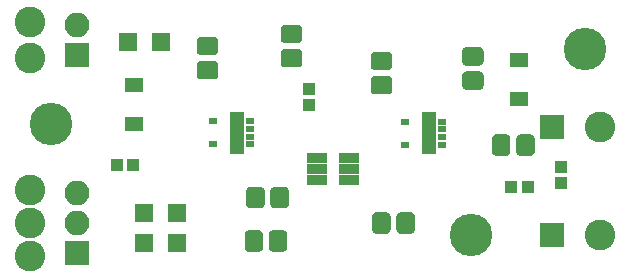
<source format=gts>
G04 #@! TF.GenerationSoftware,KiCad,Pcbnew,(6.0.0-rc1-dev-313-g8db361882)*
G04 #@! TF.CreationDate,2018-08-23T14:32:26-04:00*
G04 #@! TF.ProjectId,SingleShotICbased,53696E676C6553686F74494362617365,rev?*
G04 #@! TF.SameCoordinates,Original*
G04 #@! TF.FileFunction,Soldermask,Top*
G04 #@! TF.FilePolarity,Negative*
%FSLAX46Y46*%
G04 Gerber Fmt 4.6, Leading zero omitted, Abs format (unit mm)*
G04 Created by KiCad (PCBNEW (6.0.0-rc1-dev-313-g8db361882)) date 08/23/18 14:32:26*
%MOMM*%
%LPD*%
G01*
G04 APERTURE LIST*
%ADD10C,2.600000*%
%ADD11C,3.600000*%
%ADD12C,0.100000*%
%ADD13C,1.550000*%
%ADD14R,1.600000X1.300000*%
%ADD15R,1.100000X1.000000*%
%ADD16R,1.500000X1.500000*%
%ADD17R,1.000000X1.100000*%
%ADD18R,2.100000X2.100000*%
%ADD19O,2.100000X2.100000*%
%ADD20R,0.680000X0.500000*%
%ADD21R,1.310000X3.600000*%
%ADD22R,1.760000X0.850000*%
G04 APERTURE END LIST*
D10*
G04 #@! TO.C,REF\002A\002A*
X116078000Y-81026000D03*
G04 #@! TD*
G04 #@! TO.C,REF\002A\002A*
X116078000Y-84074000D03*
G04 #@! TD*
G04 #@! TO.C,REF\002A\002A*
X116078000Y-95250000D03*
G04 #@! TD*
G04 #@! TO.C,REF\002A\002A*
X116078000Y-98044000D03*
G04 #@! TD*
G04 #@! TO.C,REF\002A\002A*
X116078000Y-100838000D03*
G04 #@! TD*
G04 #@! TO.C,REF\002A\002A*
X164338000Y-99060000D03*
G04 #@! TD*
D11*
G04 #@! TO.C,REF\002A\002A*
X153416000Y-99060000D03*
G04 #@! TD*
G04 #@! TO.C,REF\002A\002A*
X163068000Y-83312000D03*
G04 #@! TD*
D12*
G04 #@! TO.C,C1*
G36*
X131660071Y-82275623D02*
X131692781Y-82280475D01*
X131724857Y-82288509D01*
X131755991Y-82299649D01*
X131785884Y-82313787D01*
X131814247Y-82330787D01*
X131840807Y-82350485D01*
X131865308Y-82372692D01*
X131887515Y-82397193D01*
X131907213Y-82423753D01*
X131924213Y-82452116D01*
X131938351Y-82482009D01*
X131949491Y-82513143D01*
X131957525Y-82545219D01*
X131962377Y-82577929D01*
X131964000Y-82610956D01*
X131964000Y-83487044D01*
X131962377Y-83520071D01*
X131957525Y-83552781D01*
X131949491Y-83584857D01*
X131938351Y-83615991D01*
X131924213Y-83645884D01*
X131907213Y-83674247D01*
X131887515Y-83700807D01*
X131865308Y-83725308D01*
X131840807Y-83747515D01*
X131814247Y-83767213D01*
X131785884Y-83784213D01*
X131755991Y-83798351D01*
X131724857Y-83809491D01*
X131692781Y-83817525D01*
X131660071Y-83822377D01*
X131627044Y-83824000D01*
X130500956Y-83824000D01*
X130467929Y-83822377D01*
X130435219Y-83817525D01*
X130403143Y-83809491D01*
X130372009Y-83798351D01*
X130342116Y-83784213D01*
X130313753Y-83767213D01*
X130287193Y-83747515D01*
X130262692Y-83725308D01*
X130240485Y-83700807D01*
X130220787Y-83674247D01*
X130203787Y-83645884D01*
X130189649Y-83615991D01*
X130178509Y-83584857D01*
X130170475Y-83552781D01*
X130165623Y-83520071D01*
X130164000Y-83487044D01*
X130164000Y-82610956D01*
X130165623Y-82577929D01*
X130170475Y-82545219D01*
X130178509Y-82513143D01*
X130189649Y-82482009D01*
X130203787Y-82452116D01*
X130220787Y-82423753D01*
X130240485Y-82397193D01*
X130262692Y-82372692D01*
X130287193Y-82350485D01*
X130313753Y-82330787D01*
X130342116Y-82313787D01*
X130372009Y-82299649D01*
X130403143Y-82288509D01*
X130435219Y-82280475D01*
X130467929Y-82275623D01*
X130500956Y-82274000D01*
X131627044Y-82274000D01*
X131660071Y-82275623D01*
X131660071Y-82275623D01*
G37*
D13*
X131064000Y-83049000D03*
D12*
G36*
X131660071Y-84325623D02*
X131692781Y-84330475D01*
X131724857Y-84338509D01*
X131755991Y-84349649D01*
X131785884Y-84363787D01*
X131814247Y-84380787D01*
X131840807Y-84400485D01*
X131865308Y-84422692D01*
X131887515Y-84447193D01*
X131907213Y-84473753D01*
X131924213Y-84502116D01*
X131938351Y-84532009D01*
X131949491Y-84563143D01*
X131957525Y-84595219D01*
X131962377Y-84627929D01*
X131964000Y-84660956D01*
X131964000Y-85537044D01*
X131962377Y-85570071D01*
X131957525Y-85602781D01*
X131949491Y-85634857D01*
X131938351Y-85665991D01*
X131924213Y-85695884D01*
X131907213Y-85724247D01*
X131887515Y-85750807D01*
X131865308Y-85775308D01*
X131840807Y-85797515D01*
X131814247Y-85817213D01*
X131785884Y-85834213D01*
X131755991Y-85848351D01*
X131724857Y-85859491D01*
X131692781Y-85867525D01*
X131660071Y-85872377D01*
X131627044Y-85874000D01*
X130500956Y-85874000D01*
X130467929Y-85872377D01*
X130435219Y-85867525D01*
X130403143Y-85859491D01*
X130372009Y-85848351D01*
X130342116Y-85834213D01*
X130313753Y-85817213D01*
X130287193Y-85797515D01*
X130262692Y-85775308D01*
X130240485Y-85750807D01*
X130220787Y-85724247D01*
X130203787Y-85695884D01*
X130189649Y-85665991D01*
X130178509Y-85634857D01*
X130170475Y-85602781D01*
X130165623Y-85570071D01*
X130164000Y-85537044D01*
X130164000Y-84660956D01*
X130165623Y-84627929D01*
X130170475Y-84595219D01*
X130178509Y-84563143D01*
X130189649Y-84532009D01*
X130203787Y-84502116D01*
X130220787Y-84473753D01*
X130240485Y-84447193D01*
X130262692Y-84422692D01*
X130287193Y-84400485D01*
X130313753Y-84380787D01*
X130342116Y-84363787D01*
X130372009Y-84349649D01*
X130403143Y-84338509D01*
X130435219Y-84330475D01*
X130467929Y-84325623D01*
X130500956Y-84324000D01*
X131627044Y-84324000D01*
X131660071Y-84325623D01*
X131660071Y-84325623D01*
G37*
D13*
X131064000Y-85099000D03*
G04 #@! TD*
D12*
G04 #@! TO.C,C2*
G36*
X154139071Y-85214623D02*
X154171781Y-85219475D01*
X154203857Y-85227509D01*
X154234991Y-85238649D01*
X154264884Y-85252787D01*
X154293247Y-85269787D01*
X154319807Y-85289485D01*
X154344308Y-85311692D01*
X154366515Y-85336193D01*
X154386213Y-85362753D01*
X154403213Y-85391116D01*
X154417351Y-85421009D01*
X154428491Y-85452143D01*
X154436525Y-85484219D01*
X154441377Y-85516929D01*
X154443000Y-85549956D01*
X154443000Y-86426044D01*
X154441377Y-86459071D01*
X154436525Y-86491781D01*
X154428491Y-86523857D01*
X154417351Y-86554991D01*
X154403213Y-86584884D01*
X154386213Y-86613247D01*
X154366515Y-86639807D01*
X154344308Y-86664308D01*
X154319807Y-86686515D01*
X154293247Y-86706213D01*
X154264884Y-86723213D01*
X154234991Y-86737351D01*
X154203857Y-86748491D01*
X154171781Y-86756525D01*
X154139071Y-86761377D01*
X154106044Y-86763000D01*
X152979956Y-86763000D01*
X152946929Y-86761377D01*
X152914219Y-86756525D01*
X152882143Y-86748491D01*
X152851009Y-86737351D01*
X152821116Y-86723213D01*
X152792753Y-86706213D01*
X152766193Y-86686515D01*
X152741692Y-86664308D01*
X152719485Y-86639807D01*
X152699787Y-86613247D01*
X152682787Y-86584884D01*
X152668649Y-86554991D01*
X152657509Y-86523857D01*
X152649475Y-86491781D01*
X152644623Y-86459071D01*
X152643000Y-86426044D01*
X152643000Y-85549956D01*
X152644623Y-85516929D01*
X152649475Y-85484219D01*
X152657509Y-85452143D01*
X152668649Y-85421009D01*
X152682787Y-85391116D01*
X152699787Y-85362753D01*
X152719485Y-85336193D01*
X152741692Y-85311692D01*
X152766193Y-85289485D01*
X152792753Y-85269787D01*
X152821116Y-85252787D01*
X152851009Y-85238649D01*
X152882143Y-85227509D01*
X152914219Y-85219475D01*
X152946929Y-85214623D01*
X152979956Y-85213000D01*
X154106044Y-85213000D01*
X154139071Y-85214623D01*
X154139071Y-85214623D01*
G37*
D13*
X153543000Y-85988000D03*
D12*
G36*
X154139071Y-83164623D02*
X154171781Y-83169475D01*
X154203857Y-83177509D01*
X154234991Y-83188649D01*
X154264884Y-83202787D01*
X154293247Y-83219787D01*
X154319807Y-83239485D01*
X154344308Y-83261692D01*
X154366515Y-83286193D01*
X154386213Y-83312753D01*
X154403213Y-83341116D01*
X154417351Y-83371009D01*
X154428491Y-83402143D01*
X154436525Y-83434219D01*
X154441377Y-83466929D01*
X154443000Y-83499956D01*
X154443000Y-84376044D01*
X154441377Y-84409071D01*
X154436525Y-84441781D01*
X154428491Y-84473857D01*
X154417351Y-84504991D01*
X154403213Y-84534884D01*
X154386213Y-84563247D01*
X154366515Y-84589807D01*
X154344308Y-84614308D01*
X154319807Y-84636515D01*
X154293247Y-84656213D01*
X154264884Y-84673213D01*
X154234991Y-84687351D01*
X154203857Y-84698491D01*
X154171781Y-84706525D01*
X154139071Y-84711377D01*
X154106044Y-84713000D01*
X152979956Y-84713000D01*
X152946929Y-84711377D01*
X152914219Y-84706525D01*
X152882143Y-84698491D01*
X152851009Y-84687351D01*
X152821116Y-84673213D01*
X152792753Y-84656213D01*
X152766193Y-84636515D01*
X152741692Y-84614308D01*
X152719485Y-84589807D01*
X152699787Y-84563247D01*
X152682787Y-84534884D01*
X152668649Y-84504991D01*
X152657509Y-84473857D01*
X152649475Y-84441781D01*
X152644623Y-84409071D01*
X152643000Y-84376044D01*
X152643000Y-83499956D01*
X152644623Y-83466929D01*
X152649475Y-83434219D01*
X152657509Y-83402143D01*
X152668649Y-83371009D01*
X152682787Y-83341116D01*
X152699787Y-83312753D01*
X152719485Y-83286193D01*
X152741692Y-83261692D01*
X152766193Y-83239485D01*
X152792753Y-83219787D01*
X152821116Y-83202787D01*
X152851009Y-83188649D01*
X152882143Y-83177509D01*
X152914219Y-83169475D01*
X152946929Y-83164623D01*
X152979956Y-83163000D01*
X154106044Y-83163000D01*
X154139071Y-83164623D01*
X154139071Y-83164623D01*
G37*
D13*
X153543000Y-83938000D03*
G04 #@! TD*
D12*
G04 #@! TO.C,C3*
G36*
X146392071Y-83545623D02*
X146424781Y-83550475D01*
X146456857Y-83558509D01*
X146487991Y-83569649D01*
X146517884Y-83583787D01*
X146546247Y-83600787D01*
X146572807Y-83620485D01*
X146597308Y-83642692D01*
X146619515Y-83667193D01*
X146639213Y-83693753D01*
X146656213Y-83722116D01*
X146670351Y-83752009D01*
X146681491Y-83783143D01*
X146689525Y-83815219D01*
X146694377Y-83847929D01*
X146696000Y-83880956D01*
X146696000Y-84757044D01*
X146694377Y-84790071D01*
X146689525Y-84822781D01*
X146681491Y-84854857D01*
X146670351Y-84885991D01*
X146656213Y-84915884D01*
X146639213Y-84944247D01*
X146619515Y-84970807D01*
X146597308Y-84995308D01*
X146572807Y-85017515D01*
X146546247Y-85037213D01*
X146517884Y-85054213D01*
X146487991Y-85068351D01*
X146456857Y-85079491D01*
X146424781Y-85087525D01*
X146392071Y-85092377D01*
X146359044Y-85094000D01*
X145232956Y-85094000D01*
X145199929Y-85092377D01*
X145167219Y-85087525D01*
X145135143Y-85079491D01*
X145104009Y-85068351D01*
X145074116Y-85054213D01*
X145045753Y-85037213D01*
X145019193Y-85017515D01*
X144994692Y-84995308D01*
X144972485Y-84970807D01*
X144952787Y-84944247D01*
X144935787Y-84915884D01*
X144921649Y-84885991D01*
X144910509Y-84854857D01*
X144902475Y-84822781D01*
X144897623Y-84790071D01*
X144896000Y-84757044D01*
X144896000Y-83880956D01*
X144897623Y-83847929D01*
X144902475Y-83815219D01*
X144910509Y-83783143D01*
X144921649Y-83752009D01*
X144935787Y-83722116D01*
X144952787Y-83693753D01*
X144972485Y-83667193D01*
X144994692Y-83642692D01*
X145019193Y-83620485D01*
X145045753Y-83600787D01*
X145074116Y-83583787D01*
X145104009Y-83569649D01*
X145135143Y-83558509D01*
X145167219Y-83550475D01*
X145199929Y-83545623D01*
X145232956Y-83544000D01*
X146359044Y-83544000D01*
X146392071Y-83545623D01*
X146392071Y-83545623D01*
G37*
D13*
X145796000Y-84319000D03*
D12*
G36*
X146392071Y-85595623D02*
X146424781Y-85600475D01*
X146456857Y-85608509D01*
X146487991Y-85619649D01*
X146517884Y-85633787D01*
X146546247Y-85650787D01*
X146572807Y-85670485D01*
X146597308Y-85692692D01*
X146619515Y-85717193D01*
X146639213Y-85743753D01*
X146656213Y-85772116D01*
X146670351Y-85802009D01*
X146681491Y-85833143D01*
X146689525Y-85865219D01*
X146694377Y-85897929D01*
X146696000Y-85930956D01*
X146696000Y-86807044D01*
X146694377Y-86840071D01*
X146689525Y-86872781D01*
X146681491Y-86904857D01*
X146670351Y-86935991D01*
X146656213Y-86965884D01*
X146639213Y-86994247D01*
X146619515Y-87020807D01*
X146597308Y-87045308D01*
X146572807Y-87067515D01*
X146546247Y-87087213D01*
X146517884Y-87104213D01*
X146487991Y-87118351D01*
X146456857Y-87129491D01*
X146424781Y-87137525D01*
X146392071Y-87142377D01*
X146359044Y-87144000D01*
X145232956Y-87144000D01*
X145199929Y-87142377D01*
X145167219Y-87137525D01*
X145135143Y-87129491D01*
X145104009Y-87118351D01*
X145074116Y-87104213D01*
X145045753Y-87087213D01*
X145019193Y-87067515D01*
X144994692Y-87045308D01*
X144972485Y-87020807D01*
X144952787Y-86994247D01*
X144935787Y-86965884D01*
X144921649Y-86935991D01*
X144910509Y-86904857D01*
X144902475Y-86872781D01*
X144897623Y-86840071D01*
X144896000Y-86807044D01*
X144896000Y-85930956D01*
X144897623Y-85897929D01*
X144902475Y-85865219D01*
X144910509Y-85833143D01*
X144921649Y-85802009D01*
X144935787Y-85772116D01*
X144952787Y-85743753D01*
X144972485Y-85717193D01*
X144994692Y-85692692D01*
X145019193Y-85670485D01*
X145045753Y-85650787D01*
X145074116Y-85633787D01*
X145104009Y-85619649D01*
X145135143Y-85608509D01*
X145167219Y-85600475D01*
X145199929Y-85595623D01*
X145232956Y-85594000D01*
X146359044Y-85594000D01*
X146392071Y-85595623D01*
X146392071Y-85595623D01*
G37*
D13*
X145796000Y-86369000D03*
G04 #@! TD*
D12*
G04 #@! TO.C,C4*
G36*
X138772071Y-83309623D02*
X138804781Y-83314475D01*
X138836857Y-83322509D01*
X138867991Y-83333649D01*
X138897884Y-83347787D01*
X138926247Y-83364787D01*
X138952807Y-83384485D01*
X138977308Y-83406692D01*
X138999515Y-83431193D01*
X139019213Y-83457753D01*
X139036213Y-83486116D01*
X139050351Y-83516009D01*
X139061491Y-83547143D01*
X139069525Y-83579219D01*
X139074377Y-83611929D01*
X139076000Y-83644956D01*
X139076000Y-84521044D01*
X139074377Y-84554071D01*
X139069525Y-84586781D01*
X139061491Y-84618857D01*
X139050351Y-84649991D01*
X139036213Y-84679884D01*
X139019213Y-84708247D01*
X138999515Y-84734807D01*
X138977308Y-84759308D01*
X138952807Y-84781515D01*
X138926247Y-84801213D01*
X138897884Y-84818213D01*
X138867991Y-84832351D01*
X138836857Y-84843491D01*
X138804781Y-84851525D01*
X138772071Y-84856377D01*
X138739044Y-84858000D01*
X137612956Y-84858000D01*
X137579929Y-84856377D01*
X137547219Y-84851525D01*
X137515143Y-84843491D01*
X137484009Y-84832351D01*
X137454116Y-84818213D01*
X137425753Y-84801213D01*
X137399193Y-84781515D01*
X137374692Y-84759308D01*
X137352485Y-84734807D01*
X137332787Y-84708247D01*
X137315787Y-84679884D01*
X137301649Y-84649991D01*
X137290509Y-84618857D01*
X137282475Y-84586781D01*
X137277623Y-84554071D01*
X137276000Y-84521044D01*
X137276000Y-83644956D01*
X137277623Y-83611929D01*
X137282475Y-83579219D01*
X137290509Y-83547143D01*
X137301649Y-83516009D01*
X137315787Y-83486116D01*
X137332787Y-83457753D01*
X137352485Y-83431193D01*
X137374692Y-83406692D01*
X137399193Y-83384485D01*
X137425753Y-83364787D01*
X137454116Y-83347787D01*
X137484009Y-83333649D01*
X137515143Y-83322509D01*
X137547219Y-83314475D01*
X137579929Y-83309623D01*
X137612956Y-83308000D01*
X138739044Y-83308000D01*
X138772071Y-83309623D01*
X138772071Y-83309623D01*
G37*
D13*
X138176000Y-84083000D03*
D12*
G36*
X138772071Y-81259623D02*
X138804781Y-81264475D01*
X138836857Y-81272509D01*
X138867991Y-81283649D01*
X138897884Y-81297787D01*
X138926247Y-81314787D01*
X138952807Y-81334485D01*
X138977308Y-81356692D01*
X138999515Y-81381193D01*
X139019213Y-81407753D01*
X139036213Y-81436116D01*
X139050351Y-81466009D01*
X139061491Y-81497143D01*
X139069525Y-81529219D01*
X139074377Y-81561929D01*
X139076000Y-81594956D01*
X139076000Y-82471044D01*
X139074377Y-82504071D01*
X139069525Y-82536781D01*
X139061491Y-82568857D01*
X139050351Y-82599991D01*
X139036213Y-82629884D01*
X139019213Y-82658247D01*
X138999515Y-82684807D01*
X138977308Y-82709308D01*
X138952807Y-82731515D01*
X138926247Y-82751213D01*
X138897884Y-82768213D01*
X138867991Y-82782351D01*
X138836857Y-82793491D01*
X138804781Y-82801525D01*
X138772071Y-82806377D01*
X138739044Y-82808000D01*
X137612956Y-82808000D01*
X137579929Y-82806377D01*
X137547219Y-82801525D01*
X137515143Y-82793491D01*
X137484009Y-82782351D01*
X137454116Y-82768213D01*
X137425753Y-82751213D01*
X137399193Y-82731515D01*
X137374692Y-82709308D01*
X137352485Y-82684807D01*
X137332787Y-82658247D01*
X137315787Y-82629884D01*
X137301649Y-82599991D01*
X137290509Y-82568857D01*
X137282475Y-82536781D01*
X137277623Y-82504071D01*
X137276000Y-82471044D01*
X137276000Y-81594956D01*
X137277623Y-81561929D01*
X137282475Y-81529219D01*
X137290509Y-81497143D01*
X137301649Y-81466009D01*
X137315787Y-81436116D01*
X137332787Y-81407753D01*
X137352485Y-81381193D01*
X137374692Y-81356692D01*
X137399193Y-81334485D01*
X137425753Y-81314787D01*
X137454116Y-81297787D01*
X137484009Y-81283649D01*
X137515143Y-81272509D01*
X137547219Y-81264475D01*
X137579929Y-81259623D01*
X137612956Y-81258000D01*
X138739044Y-81258000D01*
X138772071Y-81259623D01*
X138772071Y-81259623D01*
G37*
D13*
X138176000Y-82033000D03*
G04 #@! TD*
D14*
G04 #@! TO.C,D1*
X157480000Y-87502000D03*
X157480000Y-84202000D03*
G04 #@! TD*
D15*
G04 #@! TO.C,D2*
X161036000Y-93280000D03*
X161036000Y-94680000D03*
G04 #@! TD*
D16*
G04 #@! TO.C,D3*
X127130000Y-82677000D03*
X124330000Y-82677000D03*
G04 #@! TD*
D17*
G04 #@! TO.C,D4*
X156780000Y-94996000D03*
X158180000Y-94996000D03*
G04 #@! TD*
D15*
G04 #@! TO.C,D5*
X139700000Y-88076000D03*
X139700000Y-86676000D03*
G04 #@! TD*
D16*
G04 #@! TO.C,D6*
X128527000Y-99695000D03*
X125727000Y-99695000D03*
G04 #@! TD*
G04 #@! TO.C,D7*
X125727000Y-97155000D03*
X128527000Y-97155000D03*
G04 #@! TD*
D17*
G04 #@! TO.C,D8*
X124779000Y-93091000D03*
X123379000Y-93091000D03*
G04 #@! TD*
D14*
G04 #@! TO.C,D9*
X124841000Y-86361000D03*
X124841000Y-89661000D03*
G04 #@! TD*
D18*
G04 #@! TO.C,J1*
X160274000Y-89916000D03*
G04 #@! TD*
G04 #@! TO.C,J2*
X120015000Y-83820000D03*
D19*
X120015000Y-81280000D03*
G04 #@! TD*
D18*
G04 #@! TO.C,J3*
X160274000Y-99060000D03*
G04 #@! TD*
G04 #@! TO.C,J4*
X120015000Y-100584000D03*
D19*
X120015000Y-98044000D03*
X120015000Y-95504000D03*
G04 #@! TD*
D12*
G04 #@! TO.C,R1*
G36*
X156418071Y-90541623D02*
X156450781Y-90546475D01*
X156482857Y-90554509D01*
X156513991Y-90565649D01*
X156543884Y-90579787D01*
X156572247Y-90596787D01*
X156598807Y-90616485D01*
X156623308Y-90638692D01*
X156645515Y-90663193D01*
X156665213Y-90689753D01*
X156682213Y-90718116D01*
X156696351Y-90748009D01*
X156707491Y-90779143D01*
X156715525Y-90811219D01*
X156720377Y-90843929D01*
X156722000Y-90876956D01*
X156722000Y-92003044D01*
X156720377Y-92036071D01*
X156715525Y-92068781D01*
X156707491Y-92100857D01*
X156696351Y-92131991D01*
X156682213Y-92161884D01*
X156665213Y-92190247D01*
X156645515Y-92216807D01*
X156623308Y-92241308D01*
X156598807Y-92263515D01*
X156572247Y-92283213D01*
X156543884Y-92300213D01*
X156513991Y-92314351D01*
X156482857Y-92325491D01*
X156450781Y-92333525D01*
X156418071Y-92338377D01*
X156385044Y-92340000D01*
X155508956Y-92340000D01*
X155475929Y-92338377D01*
X155443219Y-92333525D01*
X155411143Y-92325491D01*
X155380009Y-92314351D01*
X155350116Y-92300213D01*
X155321753Y-92283213D01*
X155295193Y-92263515D01*
X155270692Y-92241308D01*
X155248485Y-92216807D01*
X155228787Y-92190247D01*
X155211787Y-92161884D01*
X155197649Y-92131991D01*
X155186509Y-92100857D01*
X155178475Y-92068781D01*
X155173623Y-92036071D01*
X155172000Y-92003044D01*
X155172000Y-90876956D01*
X155173623Y-90843929D01*
X155178475Y-90811219D01*
X155186509Y-90779143D01*
X155197649Y-90748009D01*
X155211787Y-90718116D01*
X155228787Y-90689753D01*
X155248485Y-90663193D01*
X155270692Y-90638692D01*
X155295193Y-90616485D01*
X155321753Y-90596787D01*
X155350116Y-90579787D01*
X155380009Y-90565649D01*
X155411143Y-90554509D01*
X155443219Y-90546475D01*
X155475929Y-90541623D01*
X155508956Y-90540000D01*
X156385044Y-90540000D01*
X156418071Y-90541623D01*
X156418071Y-90541623D01*
G37*
D13*
X155947000Y-91440000D03*
D12*
G36*
X158468071Y-90541623D02*
X158500781Y-90546475D01*
X158532857Y-90554509D01*
X158563991Y-90565649D01*
X158593884Y-90579787D01*
X158622247Y-90596787D01*
X158648807Y-90616485D01*
X158673308Y-90638692D01*
X158695515Y-90663193D01*
X158715213Y-90689753D01*
X158732213Y-90718116D01*
X158746351Y-90748009D01*
X158757491Y-90779143D01*
X158765525Y-90811219D01*
X158770377Y-90843929D01*
X158772000Y-90876956D01*
X158772000Y-92003044D01*
X158770377Y-92036071D01*
X158765525Y-92068781D01*
X158757491Y-92100857D01*
X158746351Y-92131991D01*
X158732213Y-92161884D01*
X158715213Y-92190247D01*
X158695515Y-92216807D01*
X158673308Y-92241308D01*
X158648807Y-92263515D01*
X158622247Y-92283213D01*
X158593884Y-92300213D01*
X158563991Y-92314351D01*
X158532857Y-92325491D01*
X158500781Y-92333525D01*
X158468071Y-92338377D01*
X158435044Y-92340000D01*
X157558956Y-92340000D01*
X157525929Y-92338377D01*
X157493219Y-92333525D01*
X157461143Y-92325491D01*
X157430009Y-92314351D01*
X157400116Y-92300213D01*
X157371753Y-92283213D01*
X157345193Y-92263515D01*
X157320692Y-92241308D01*
X157298485Y-92216807D01*
X157278787Y-92190247D01*
X157261787Y-92161884D01*
X157247649Y-92131991D01*
X157236509Y-92100857D01*
X157228475Y-92068781D01*
X157223623Y-92036071D01*
X157222000Y-92003044D01*
X157222000Y-90876956D01*
X157223623Y-90843929D01*
X157228475Y-90811219D01*
X157236509Y-90779143D01*
X157247649Y-90748009D01*
X157261787Y-90718116D01*
X157278787Y-90689753D01*
X157298485Y-90663193D01*
X157320692Y-90638692D01*
X157345193Y-90616485D01*
X157371753Y-90596787D01*
X157400116Y-90579787D01*
X157430009Y-90565649D01*
X157461143Y-90554509D01*
X157493219Y-90546475D01*
X157525929Y-90541623D01*
X157558956Y-90540000D01*
X158435044Y-90540000D01*
X158468071Y-90541623D01*
X158468071Y-90541623D01*
G37*
D13*
X157997000Y-91440000D03*
G04 #@! TD*
D12*
G04 #@! TO.C,R2*
G36*
X135463071Y-98669623D02*
X135495781Y-98674475D01*
X135527857Y-98682509D01*
X135558991Y-98693649D01*
X135588884Y-98707787D01*
X135617247Y-98724787D01*
X135643807Y-98744485D01*
X135668308Y-98766692D01*
X135690515Y-98791193D01*
X135710213Y-98817753D01*
X135727213Y-98846116D01*
X135741351Y-98876009D01*
X135752491Y-98907143D01*
X135760525Y-98939219D01*
X135765377Y-98971929D01*
X135767000Y-99004956D01*
X135767000Y-100131044D01*
X135765377Y-100164071D01*
X135760525Y-100196781D01*
X135752491Y-100228857D01*
X135741351Y-100259991D01*
X135727213Y-100289884D01*
X135710213Y-100318247D01*
X135690515Y-100344807D01*
X135668308Y-100369308D01*
X135643807Y-100391515D01*
X135617247Y-100411213D01*
X135588884Y-100428213D01*
X135558991Y-100442351D01*
X135527857Y-100453491D01*
X135495781Y-100461525D01*
X135463071Y-100466377D01*
X135430044Y-100468000D01*
X134553956Y-100468000D01*
X134520929Y-100466377D01*
X134488219Y-100461525D01*
X134456143Y-100453491D01*
X134425009Y-100442351D01*
X134395116Y-100428213D01*
X134366753Y-100411213D01*
X134340193Y-100391515D01*
X134315692Y-100369308D01*
X134293485Y-100344807D01*
X134273787Y-100318247D01*
X134256787Y-100289884D01*
X134242649Y-100259991D01*
X134231509Y-100228857D01*
X134223475Y-100196781D01*
X134218623Y-100164071D01*
X134217000Y-100131044D01*
X134217000Y-99004956D01*
X134218623Y-98971929D01*
X134223475Y-98939219D01*
X134231509Y-98907143D01*
X134242649Y-98876009D01*
X134256787Y-98846116D01*
X134273787Y-98817753D01*
X134293485Y-98791193D01*
X134315692Y-98766692D01*
X134340193Y-98744485D01*
X134366753Y-98724787D01*
X134395116Y-98707787D01*
X134425009Y-98693649D01*
X134456143Y-98682509D01*
X134488219Y-98674475D01*
X134520929Y-98669623D01*
X134553956Y-98668000D01*
X135430044Y-98668000D01*
X135463071Y-98669623D01*
X135463071Y-98669623D01*
G37*
D13*
X134992000Y-99568000D03*
D12*
G36*
X137513071Y-98669623D02*
X137545781Y-98674475D01*
X137577857Y-98682509D01*
X137608991Y-98693649D01*
X137638884Y-98707787D01*
X137667247Y-98724787D01*
X137693807Y-98744485D01*
X137718308Y-98766692D01*
X137740515Y-98791193D01*
X137760213Y-98817753D01*
X137777213Y-98846116D01*
X137791351Y-98876009D01*
X137802491Y-98907143D01*
X137810525Y-98939219D01*
X137815377Y-98971929D01*
X137817000Y-99004956D01*
X137817000Y-100131044D01*
X137815377Y-100164071D01*
X137810525Y-100196781D01*
X137802491Y-100228857D01*
X137791351Y-100259991D01*
X137777213Y-100289884D01*
X137760213Y-100318247D01*
X137740515Y-100344807D01*
X137718308Y-100369308D01*
X137693807Y-100391515D01*
X137667247Y-100411213D01*
X137638884Y-100428213D01*
X137608991Y-100442351D01*
X137577857Y-100453491D01*
X137545781Y-100461525D01*
X137513071Y-100466377D01*
X137480044Y-100468000D01*
X136603956Y-100468000D01*
X136570929Y-100466377D01*
X136538219Y-100461525D01*
X136506143Y-100453491D01*
X136475009Y-100442351D01*
X136445116Y-100428213D01*
X136416753Y-100411213D01*
X136390193Y-100391515D01*
X136365692Y-100369308D01*
X136343485Y-100344807D01*
X136323787Y-100318247D01*
X136306787Y-100289884D01*
X136292649Y-100259991D01*
X136281509Y-100228857D01*
X136273475Y-100196781D01*
X136268623Y-100164071D01*
X136267000Y-100131044D01*
X136267000Y-99004956D01*
X136268623Y-98971929D01*
X136273475Y-98939219D01*
X136281509Y-98907143D01*
X136292649Y-98876009D01*
X136306787Y-98846116D01*
X136323787Y-98817753D01*
X136343485Y-98791193D01*
X136365692Y-98766692D01*
X136390193Y-98744485D01*
X136416753Y-98724787D01*
X136445116Y-98707787D01*
X136475009Y-98693649D01*
X136506143Y-98682509D01*
X136538219Y-98674475D01*
X136570929Y-98669623D01*
X136603956Y-98668000D01*
X137480044Y-98668000D01*
X137513071Y-98669623D01*
X137513071Y-98669623D01*
G37*
D13*
X137042000Y-99568000D03*
G04 #@! TD*
D12*
G04 #@! TO.C,R3*
G36*
X137649071Y-94986623D02*
X137681781Y-94991475D01*
X137713857Y-94999509D01*
X137744991Y-95010649D01*
X137774884Y-95024787D01*
X137803247Y-95041787D01*
X137829807Y-95061485D01*
X137854308Y-95083692D01*
X137876515Y-95108193D01*
X137896213Y-95134753D01*
X137913213Y-95163116D01*
X137927351Y-95193009D01*
X137938491Y-95224143D01*
X137946525Y-95256219D01*
X137951377Y-95288929D01*
X137953000Y-95321956D01*
X137953000Y-96448044D01*
X137951377Y-96481071D01*
X137946525Y-96513781D01*
X137938491Y-96545857D01*
X137927351Y-96576991D01*
X137913213Y-96606884D01*
X137896213Y-96635247D01*
X137876515Y-96661807D01*
X137854308Y-96686308D01*
X137829807Y-96708515D01*
X137803247Y-96728213D01*
X137774884Y-96745213D01*
X137744991Y-96759351D01*
X137713857Y-96770491D01*
X137681781Y-96778525D01*
X137649071Y-96783377D01*
X137616044Y-96785000D01*
X136739956Y-96785000D01*
X136706929Y-96783377D01*
X136674219Y-96778525D01*
X136642143Y-96770491D01*
X136611009Y-96759351D01*
X136581116Y-96745213D01*
X136552753Y-96728213D01*
X136526193Y-96708515D01*
X136501692Y-96686308D01*
X136479485Y-96661807D01*
X136459787Y-96635247D01*
X136442787Y-96606884D01*
X136428649Y-96576991D01*
X136417509Y-96545857D01*
X136409475Y-96513781D01*
X136404623Y-96481071D01*
X136403000Y-96448044D01*
X136403000Y-95321956D01*
X136404623Y-95288929D01*
X136409475Y-95256219D01*
X136417509Y-95224143D01*
X136428649Y-95193009D01*
X136442787Y-95163116D01*
X136459787Y-95134753D01*
X136479485Y-95108193D01*
X136501692Y-95083692D01*
X136526193Y-95061485D01*
X136552753Y-95041787D01*
X136581116Y-95024787D01*
X136611009Y-95010649D01*
X136642143Y-94999509D01*
X136674219Y-94991475D01*
X136706929Y-94986623D01*
X136739956Y-94985000D01*
X137616044Y-94985000D01*
X137649071Y-94986623D01*
X137649071Y-94986623D01*
G37*
D13*
X137178000Y-95885000D03*
D12*
G36*
X135599071Y-94986623D02*
X135631781Y-94991475D01*
X135663857Y-94999509D01*
X135694991Y-95010649D01*
X135724884Y-95024787D01*
X135753247Y-95041787D01*
X135779807Y-95061485D01*
X135804308Y-95083692D01*
X135826515Y-95108193D01*
X135846213Y-95134753D01*
X135863213Y-95163116D01*
X135877351Y-95193009D01*
X135888491Y-95224143D01*
X135896525Y-95256219D01*
X135901377Y-95288929D01*
X135903000Y-95321956D01*
X135903000Y-96448044D01*
X135901377Y-96481071D01*
X135896525Y-96513781D01*
X135888491Y-96545857D01*
X135877351Y-96576991D01*
X135863213Y-96606884D01*
X135846213Y-96635247D01*
X135826515Y-96661807D01*
X135804308Y-96686308D01*
X135779807Y-96708515D01*
X135753247Y-96728213D01*
X135724884Y-96745213D01*
X135694991Y-96759351D01*
X135663857Y-96770491D01*
X135631781Y-96778525D01*
X135599071Y-96783377D01*
X135566044Y-96785000D01*
X134689956Y-96785000D01*
X134656929Y-96783377D01*
X134624219Y-96778525D01*
X134592143Y-96770491D01*
X134561009Y-96759351D01*
X134531116Y-96745213D01*
X134502753Y-96728213D01*
X134476193Y-96708515D01*
X134451692Y-96686308D01*
X134429485Y-96661807D01*
X134409787Y-96635247D01*
X134392787Y-96606884D01*
X134378649Y-96576991D01*
X134367509Y-96545857D01*
X134359475Y-96513781D01*
X134354623Y-96481071D01*
X134353000Y-96448044D01*
X134353000Y-95321956D01*
X134354623Y-95288929D01*
X134359475Y-95256219D01*
X134367509Y-95224143D01*
X134378649Y-95193009D01*
X134392787Y-95163116D01*
X134409787Y-95134753D01*
X134429485Y-95108193D01*
X134451692Y-95083692D01*
X134476193Y-95061485D01*
X134502753Y-95041787D01*
X134531116Y-95024787D01*
X134561009Y-95010649D01*
X134592143Y-94999509D01*
X134624219Y-94991475D01*
X134656929Y-94986623D01*
X134689956Y-94985000D01*
X135566044Y-94985000D01*
X135599071Y-94986623D01*
X135599071Y-94986623D01*
G37*
D13*
X135128000Y-95885000D03*
G04 #@! TD*
D12*
G04 #@! TO.C,R4*
G36*
X148317071Y-97145623D02*
X148349781Y-97150475D01*
X148381857Y-97158509D01*
X148412991Y-97169649D01*
X148442884Y-97183787D01*
X148471247Y-97200787D01*
X148497807Y-97220485D01*
X148522308Y-97242692D01*
X148544515Y-97267193D01*
X148564213Y-97293753D01*
X148581213Y-97322116D01*
X148595351Y-97352009D01*
X148606491Y-97383143D01*
X148614525Y-97415219D01*
X148619377Y-97447929D01*
X148621000Y-97480956D01*
X148621000Y-98607044D01*
X148619377Y-98640071D01*
X148614525Y-98672781D01*
X148606491Y-98704857D01*
X148595351Y-98735991D01*
X148581213Y-98765884D01*
X148564213Y-98794247D01*
X148544515Y-98820807D01*
X148522308Y-98845308D01*
X148497807Y-98867515D01*
X148471247Y-98887213D01*
X148442884Y-98904213D01*
X148412991Y-98918351D01*
X148381857Y-98929491D01*
X148349781Y-98937525D01*
X148317071Y-98942377D01*
X148284044Y-98944000D01*
X147407956Y-98944000D01*
X147374929Y-98942377D01*
X147342219Y-98937525D01*
X147310143Y-98929491D01*
X147279009Y-98918351D01*
X147249116Y-98904213D01*
X147220753Y-98887213D01*
X147194193Y-98867515D01*
X147169692Y-98845308D01*
X147147485Y-98820807D01*
X147127787Y-98794247D01*
X147110787Y-98765884D01*
X147096649Y-98735991D01*
X147085509Y-98704857D01*
X147077475Y-98672781D01*
X147072623Y-98640071D01*
X147071000Y-98607044D01*
X147071000Y-97480956D01*
X147072623Y-97447929D01*
X147077475Y-97415219D01*
X147085509Y-97383143D01*
X147096649Y-97352009D01*
X147110787Y-97322116D01*
X147127787Y-97293753D01*
X147147485Y-97267193D01*
X147169692Y-97242692D01*
X147194193Y-97220485D01*
X147220753Y-97200787D01*
X147249116Y-97183787D01*
X147279009Y-97169649D01*
X147310143Y-97158509D01*
X147342219Y-97150475D01*
X147374929Y-97145623D01*
X147407956Y-97144000D01*
X148284044Y-97144000D01*
X148317071Y-97145623D01*
X148317071Y-97145623D01*
G37*
D13*
X147846000Y-98044000D03*
D12*
G36*
X146267071Y-97145623D02*
X146299781Y-97150475D01*
X146331857Y-97158509D01*
X146362991Y-97169649D01*
X146392884Y-97183787D01*
X146421247Y-97200787D01*
X146447807Y-97220485D01*
X146472308Y-97242692D01*
X146494515Y-97267193D01*
X146514213Y-97293753D01*
X146531213Y-97322116D01*
X146545351Y-97352009D01*
X146556491Y-97383143D01*
X146564525Y-97415219D01*
X146569377Y-97447929D01*
X146571000Y-97480956D01*
X146571000Y-98607044D01*
X146569377Y-98640071D01*
X146564525Y-98672781D01*
X146556491Y-98704857D01*
X146545351Y-98735991D01*
X146531213Y-98765884D01*
X146514213Y-98794247D01*
X146494515Y-98820807D01*
X146472308Y-98845308D01*
X146447807Y-98867515D01*
X146421247Y-98887213D01*
X146392884Y-98904213D01*
X146362991Y-98918351D01*
X146331857Y-98929491D01*
X146299781Y-98937525D01*
X146267071Y-98942377D01*
X146234044Y-98944000D01*
X145357956Y-98944000D01*
X145324929Y-98942377D01*
X145292219Y-98937525D01*
X145260143Y-98929491D01*
X145229009Y-98918351D01*
X145199116Y-98904213D01*
X145170753Y-98887213D01*
X145144193Y-98867515D01*
X145119692Y-98845308D01*
X145097485Y-98820807D01*
X145077787Y-98794247D01*
X145060787Y-98765884D01*
X145046649Y-98735991D01*
X145035509Y-98704857D01*
X145027475Y-98672781D01*
X145022623Y-98640071D01*
X145021000Y-98607044D01*
X145021000Y-97480956D01*
X145022623Y-97447929D01*
X145027475Y-97415219D01*
X145035509Y-97383143D01*
X145046649Y-97352009D01*
X145060787Y-97322116D01*
X145077787Y-97293753D01*
X145097485Y-97267193D01*
X145119692Y-97242692D01*
X145144193Y-97220485D01*
X145170753Y-97200787D01*
X145199116Y-97183787D01*
X145229009Y-97169649D01*
X145260143Y-97158509D01*
X145292219Y-97150475D01*
X145324929Y-97145623D01*
X145357956Y-97144000D01*
X146234044Y-97144000D01*
X146267071Y-97145623D01*
X146267071Y-97145623D01*
G37*
D13*
X145796000Y-98044000D03*
G04 #@! TD*
D20*
G04 #@! TO.C,U1*
X147802000Y-89449000D03*
X147802000Y-91399000D03*
X150902000Y-91399000D03*
X150902000Y-90749000D03*
X150902000Y-90099000D03*
X150902000Y-89449000D03*
D21*
X149827000Y-90449000D03*
G04 #@! TD*
G04 #@! TO.C,U2*
X133604000Y-90424000D03*
D20*
X134679000Y-89424000D03*
X134679000Y-90074000D03*
X134679000Y-90724000D03*
X134679000Y-91374000D03*
X131579000Y-91374000D03*
X131579000Y-89424000D03*
G04 #@! TD*
D22*
G04 #@! TO.C,U3*
X140382000Y-92522000D03*
X140382000Y-93472000D03*
X140382000Y-94422000D03*
X143082000Y-94422000D03*
X143082000Y-92522000D03*
X143082000Y-93472000D03*
G04 #@! TD*
D11*
G04 #@! TO.C,REF\002A\002A*
X117856000Y-89662000D03*
G04 #@! TD*
D10*
G04 #@! TO.C,REF\002A\002A*
X164338000Y-89916000D03*
G04 #@! TD*
M02*

</source>
